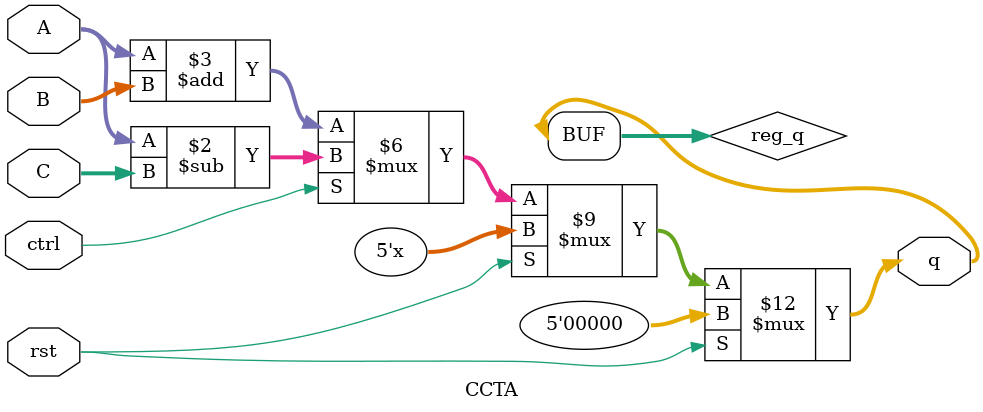
<source format=v>
module CCTA(
        input [3:0] A,
        input [3:0] B,
        input [3:0] C,
        input rst,
        input ctrl,
        output [4:0] q
);
    
reg [4:0]reg_q = 5'b00000;
assign q = reg_q;

//YOUR CODE HERE

always@(A,B,C,rst,ctrl)
begin
    if(rst) reg_q = 5'b00000;
    else
    begin
    if(ctrl) reg_q = A - C;
    else reg_q = A + B;
    end
end

endmodule
</source>
